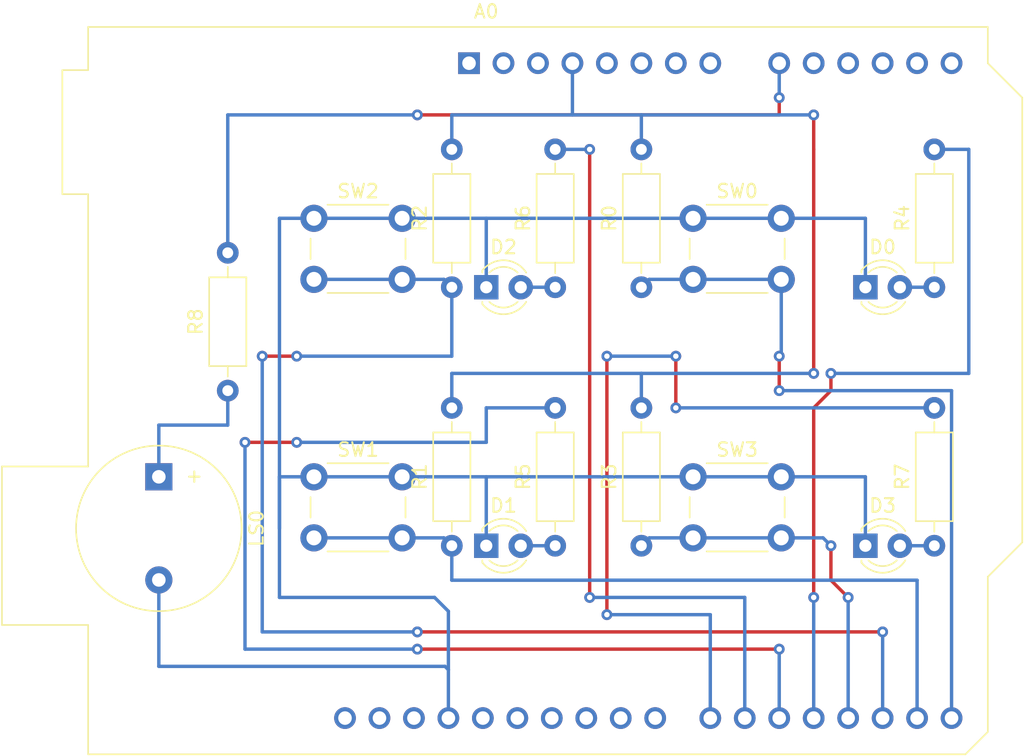
<source format=kicad_pcb>
(kicad_pcb (version 20171130) (host pcbnew 5.1.10)

  (general
    (thickness 1.6)
    (drawings 0)
    (tracks 124)
    (zones 0)
    (modules 19)
    (nets 36)
  )

  (page A4)
  (layers
    (0 F.Cu signal)
    (31 B.Cu signal)
    (32 B.Adhes user)
    (33 F.Adhes user)
    (34 B.Paste user)
    (35 F.Paste user)
    (36 B.SilkS user)
    (37 F.SilkS user)
    (38 B.Mask user)
    (39 F.Mask user)
    (40 Dwgs.User user)
    (41 Cmts.User user)
    (42 Eco1.User user)
    (43 Eco2.User user)
    (44 Edge.Cuts user)
    (45 Margin user)
    (46 B.CrtYd user)
    (47 F.CrtYd user)
    (48 B.Fab user)
    (49 F.Fab user)
  )

  (setup
    (last_trace_width 0.25)
    (trace_clearance 0.2)
    (zone_clearance 0.508)
    (zone_45_only no)
    (trace_min 0.2)
    (via_size 0.8)
    (via_drill 0.4)
    (via_min_size 0.4)
    (via_min_drill 0.3)
    (uvia_size 0.3)
    (uvia_drill 0.1)
    (uvias_allowed no)
    (uvia_min_size 0.2)
    (uvia_min_drill 0.1)
    (edge_width 0.05)
    (segment_width 0.2)
    (pcb_text_width 0.3)
    (pcb_text_size 1.5 1.5)
    (mod_edge_width 0.12)
    (mod_text_size 1 1)
    (mod_text_width 0.15)
    (pad_size 1.524 1.524)
    (pad_drill 0.762)
    (pad_to_mask_clearance 0)
    (aux_axis_origin 0 0)
    (visible_elements FFFFFF7F)
    (pcbplotparams
      (layerselection 0x010fc_ffffffff)
      (usegerberextensions false)
      (usegerberattributes true)
      (usegerberadvancedattributes true)
      (creategerberjobfile true)
      (excludeedgelayer true)
      (linewidth 0.100000)
      (plotframeref false)
      (viasonmask false)
      (mode 1)
      (useauxorigin false)
      (hpglpennumber 1)
      (hpglpenspeed 20)
      (hpglpendiameter 15.000000)
      (psnegative false)
      (psa4output false)
      (plotreference true)
      (plotvalue true)
      (plotinvisibletext false)
      (padsonsilk false)
      (subtractmaskfromsilk false)
      (outputformat 1)
      (mirror false)
      (drillshape 1)
      (scaleselection 1)
      (outputdirectory ""))
  )

  (net 0 "")
  (net 1 ARD_D1)
  (net 2 ARD_D0)
  (net 3 "Net-(A0-Pad30)")
  (net 4 "Net-(A0-Pad14)")
  (net 5 "Net-(A0-Pad13)")
  (net 6 "Net-(A0-Pad28)")
  (net 7 "Net-(A0-Pad12)")
  (net 8 "Net-(A0-Pad27)")
  (net 9 "Net-(A0-Pad11)")
  (net 10 "Net-(A0-Pad26)")
  (net 11 "Net-(A0-Pad10)")
  (net 12 "Net-(A0-Pad25)")
  (net 13 ARD_A0)
  (net 14 "Net-(A0-Pad24)")
  (net 15 "Net-(A0-Pad8)")
  (net 16 "Net-(A0-Pad23)")
  (net 17 GND)
  (net 18 ARD_D7)
  (net 19 ARD_D6)
  (net 20 "Net-(A0-Pad5)")
  (net 21 ARD_D5)
  (net 22 VCC)
  (net 23 ARD_D4)
  (net 24 "Net-(A0-Pad3)")
  (net 25 ARD_D3)
  (net 26 "Net-(A0-Pad2)")
  (net 27 ARD_D2)
  (net 28 "Net-(A0-Pad1)")
  (net 29 "Net-(A0-Pad31)")
  (net 30 "Net-(A0-Pad32)")
  (net 31 "Net-(D0-Pad2)")
  (net 32 "Net-(D1-Pad2)")
  (net 33 "Net-(D2-Pad2)")
  (net 34 "Net-(D3-Pad2)")
  (net 35 "Net-(LS0-Pad1)")

  (net_class Default "This is the default net class."
    (clearance 0.2)
    (trace_width 0.25)
    (via_dia 0.8)
    (via_drill 0.4)
    (uvia_dia 0.3)
    (uvia_drill 0.1)
    (add_net ARD_A0)
    (add_net ARD_D0)
    (add_net ARD_D1)
    (add_net ARD_D2)
    (add_net ARD_D3)
    (add_net ARD_D4)
    (add_net ARD_D5)
    (add_net ARD_D6)
    (add_net ARD_D7)
    (add_net GND)
    (add_net "Net-(A0-Pad1)")
    (add_net "Net-(A0-Pad10)")
    (add_net "Net-(A0-Pad11)")
    (add_net "Net-(A0-Pad12)")
    (add_net "Net-(A0-Pad13)")
    (add_net "Net-(A0-Pad14)")
    (add_net "Net-(A0-Pad2)")
    (add_net "Net-(A0-Pad23)")
    (add_net "Net-(A0-Pad24)")
    (add_net "Net-(A0-Pad25)")
    (add_net "Net-(A0-Pad26)")
    (add_net "Net-(A0-Pad27)")
    (add_net "Net-(A0-Pad28)")
    (add_net "Net-(A0-Pad3)")
    (add_net "Net-(A0-Pad30)")
    (add_net "Net-(A0-Pad31)")
    (add_net "Net-(A0-Pad32)")
    (add_net "Net-(A0-Pad5)")
    (add_net "Net-(A0-Pad8)")
    (add_net "Net-(D0-Pad2)")
    (add_net "Net-(D1-Pad2)")
    (add_net "Net-(D2-Pad2)")
    (add_net "Net-(D3-Pad2)")
    (add_net "Net-(LS0-Pad1)")
    (add_net VCC)
  )

  (module Buzzer_Beeper:Buzzer_12x9.5RM7.6 (layer F.Cu) (tedit 5A030281) (tstamp 6180E10D)
    (at 20.32 48.26 270)
    (descr "Generic Buzzer, D12mm height 9.5mm with RM7.6mm")
    (tags buzzer)
    (path /618756C2)
    (fp_text reference LS0 (at 3.8 -7.2 90) (layer F.SilkS)
      (effects (font (size 1 1) (thickness 0.15)))
    )
    (fp_text value BUZZER (at 3.8 7.4 90) (layer F.Fab)
      (effects (font (size 1 1) (thickness 0.15)))
    )
    (fp_text user %R (at 3.8 -4 90) (layer F.Fab)
      (effects (font (size 1 1) (thickness 0.15)))
    )
    (fp_text user + (at -0.01 -2.54 90) (layer F.SilkS)
      (effects (font (size 1 1) (thickness 0.15)))
    )
    (fp_text user + (at -0.01 -2.54 90) (layer F.Fab)
      (effects (font (size 1 1) (thickness 0.15)))
    )
    (fp_circle (center 3.8 0) (end 10.05 0) (layer F.CrtYd) (width 0.05))
    (fp_circle (center 3.8 0) (end 9.8 0) (layer F.Fab) (width 0.1))
    (fp_circle (center 3.8 0) (end 4.8 0) (layer F.Fab) (width 0.1))
    (fp_circle (center 3.8 0) (end 9.9 0) (layer F.SilkS) (width 0.12))
    (pad 2 thru_hole circle (at 7.6 0 270) (size 2 2) (drill 1) (layers *.Cu *.Mask)
      (net 17 GND))
    (pad 1 thru_hole rect (at 0 0 270) (size 2 2) (drill 1) (layers *.Cu *.Mask)
      (net 35 "Net-(LS0-Pad1)"))
    (model ${KISYS3DMOD}/Buzzer_Beeper.3dshapes/Buzzer_12x9.5RM7.6.wrl
      (at (xyz 0 0 0))
      (scale (xyz 1 1 1))
      (rotate (xyz 0 0 0))
    )
  )

  (module Button_Switch_THT:SW_PUSH_6mm_H4.3mm (layer F.Cu) (tedit 5A02FE31) (tstamp 618121B8)
    (at 59.69 48.26)
    (descr "tactile push button, 6x6mm e.g. PHAP33xx series, height=4.3mm")
    (tags "tact sw push 6mm")
    (path /61801689)
    (fp_text reference SW3 (at 3.25 -2) (layer F.SilkS)
      (effects (font (size 1 1) (thickness 0.15)))
    )
    (fp_text value SW_BLUE (at 3.75 6.7) (layer F.Fab)
      (effects (font (size 1 1) (thickness 0.15)))
    )
    (fp_circle (center 3.25 2.25) (end 1.25 2.5) (layer F.Fab) (width 0.1))
    (fp_line (start 6.75 3) (end 6.75 1.5) (layer F.SilkS) (width 0.12))
    (fp_line (start 5.5 -1) (end 1 -1) (layer F.SilkS) (width 0.12))
    (fp_line (start -0.25 1.5) (end -0.25 3) (layer F.SilkS) (width 0.12))
    (fp_line (start 1 5.5) (end 5.5 5.5) (layer F.SilkS) (width 0.12))
    (fp_line (start 8 -1.25) (end 8 5.75) (layer F.CrtYd) (width 0.05))
    (fp_line (start 7.75 6) (end -1.25 6) (layer F.CrtYd) (width 0.05))
    (fp_line (start -1.5 5.75) (end -1.5 -1.25) (layer F.CrtYd) (width 0.05))
    (fp_line (start -1.25 -1.5) (end 7.75 -1.5) (layer F.CrtYd) (width 0.05))
    (fp_line (start -1.5 6) (end -1.25 6) (layer F.CrtYd) (width 0.05))
    (fp_line (start -1.5 5.75) (end -1.5 6) (layer F.CrtYd) (width 0.05))
    (fp_line (start -1.5 -1.5) (end -1.25 -1.5) (layer F.CrtYd) (width 0.05))
    (fp_line (start -1.5 -1.25) (end -1.5 -1.5) (layer F.CrtYd) (width 0.05))
    (fp_line (start 8 -1.5) (end 8 -1.25) (layer F.CrtYd) (width 0.05))
    (fp_line (start 7.75 -1.5) (end 8 -1.5) (layer F.CrtYd) (width 0.05))
    (fp_line (start 8 6) (end 8 5.75) (layer F.CrtYd) (width 0.05))
    (fp_line (start 7.75 6) (end 8 6) (layer F.CrtYd) (width 0.05))
    (fp_line (start 0.25 -0.75) (end 3.25 -0.75) (layer F.Fab) (width 0.1))
    (fp_line (start 0.25 5.25) (end 0.25 -0.75) (layer F.Fab) (width 0.1))
    (fp_line (start 6.25 5.25) (end 0.25 5.25) (layer F.Fab) (width 0.1))
    (fp_line (start 6.25 -0.75) (end 6.25 5.25) (layer F.Fab) (width 0.1))
    (fp_line (start 3.25 -0.75) (end 6.25 -0.75) (layer F.Fab) (width 0.1))
    (fp_text user %R (at 3.25 2.25) (layer F.Fab)
      (effects (font (size 1 1) (thickness 0.15)))
    )
    (pad 1 thru_hole circle (at 6.5 0 90) (size 2 2) (drill 1.1) (layers *.Cu *.Mask)
      (net 17 GND))
    (pad 2 thru_hole circle (at 6.5 4.5 90) (size 2 2) (drill 1.1) (layers *.Cu *.Mask)
      (net 25 ARD_D3))
    (pad 1 thru_hole circle (at 0 0 90) (size 2 2) (drill 1.1) (layers *.Cu *.Mask)
      (net 17 GND))
    (pad 2 thru_hole circle (at 0 4.5 90) (size 2 2) (drill 1.1) (layers *.Cu *.Mask)
      (net 25 ARD_D3))
    (model ${KISYS3DMOD}/Button_Switch_THT.3dshapes/SW_PUSH_6mm_H4.3mm.wrl
      (at (xyz 0 0 0))
      (scale (xyz 1 1 1))
      (rotate (xyz 0 0 0))
    )
  )

  (module Button_Switch_THT:SW_PUSH_6mm_H4.3mm (layer F.Cu) (tedit 5A02FE31) (tstamp 61812199)
    (at 31.75 29.21)
    (descr "tactile push button, 6x6mm e.g. PHAP33xx series, height=4.3mm")
    (tags "tact sw push 6mm")
    (path /61801321)
    (fp_text reference SW2 (at 3.25 -2) (layer F.SilkS)
      (effects (font (size 1 1) (thickness 0.15)))
    )
    (fp_text value SW_GREEN (at 3.75 6.7) (layer F.Fab)
      (effects (font (size 1 1) (thickness 0.15)))
    )
    (fp_circle (center 3.25 2.25) (end 1.25 2.5) (layer F.Fab) (width 0.1))
    (fp_line (start 6.75 3) (end 6.75 1.5) (layer F.SilkS) (width 0.12))
    (fp_line (start 5.5 -1) (end 1 -1) (layer F.SilkS) (width 0.12))
    (fp_line (start -0.25 1.5) (end -0.25 3) (layer F.SilkS) (width 0.12))
    (fp_line (start 1 5.5) (end 5.5 5.5) (layer F.SilkS) (width 0.12))
    (fp_line (start 8 -1.25) (end 8 5.75) (layer F.CrtYd) (width 0.05))
    (fp_line (start 7.75 6) (end -1.25 6) (layer F.CrtYd) (width 0.05))
    (fp_line (start -1.5 5.75) (end -1.5 -1.25) (layer F.CrtYd) (width 0.05))
    (fp_line (start -1.25 -1.5) (end 7.75 -1.5) (layer F.CrtYd) (width 0.05))
    (fp_line (start -1.5 6) (end -1.25 6) (layer F.CrtYd) (width 0.05))
    (fp_line (start -1.5 5.75) (end -1.5 6) (layer F.CrtYd) (width 0.05))
    (fp_line (start -1.5 -1.5) (end -1.25 -1.5) (layer F.CrtYd) (width 0.05))
    (fp_line (start -1.5 -1.25) (end -1.5 -1.5) (layer F.CrtYd) (width 0.05))
    (fp_line (start 8 -1.5) (end 8 -1.25) (layer F.CrtYd) (width 0.05))
    (fp_line (start 7.75 -1.5) (end 8 -1.5) (layer F.CrtYd) (width 0.05))
    (fp_line (start 8 6) (end 8 5.75) (layer F.CrtYd) (width 0.05))
    (fp_line (start 7.75 6) (end 8 6) (layer F.CrtYd) (width 0.05))
    (fp_line (start 0.25 -0.75) (end 3.25 -0.75) (layer F.Fab) (width 0.1))
    (fp_line (start 0.25 5.25) (end 0.25 -0.75) (layer F.Fab) (width 0.1))
    (fp_line (start 6.25 5.25) (end 0.25 5.25) (layer F.Fab) (width 0.1))
    (fp_line (start 6.25 -0.75) (end 6.25 5.25) (layer F.Fab) (width 0.1))
    (fp_line (start 3.25 -0.75) (end 6.25 -0.75) (layer F.Fab) (width 0.1))
    (fp_text user %R (at 3.25 2.25) (layer F.Fab)
      (effects (font (size 1 1) (thickness 0.15)))
    )
    (pad 1 thru_hole circle (at 6.5 0 90) (size 2 2) (drill 1.1) (layers *.Cu *.Mask)
      (net 17 GND))
    (pad 2 thru_hole circle (at 6.5 4.5 90) (size 2 2) (drill 1.1) (layers *.Cu *.Mask)
      (net 27 ARD_D2))
    (pad 1 thru_hole circle (at 0 0 90) (size 2 2) (drill 1.1) (layers *.Cu *.Mask)
      (net 17 GND))
    (pad 2 thru_hole circle (at 0 4.5 90) (size 2 2) (drill 1.1) (layers *.Cu *.Mask)
      (net 27 ARD_D2))
    (model ${KISYS3DMOD}/Button_Switch_THT.3dshapes/SW_PUSH_6mm_H4.3mm.wrl
      (at (xyz 0 0 0))
      (scale (xyz 1 1 1))
      (rotate (xyz 0 0 0))
    )
  )

  (module Button_Switch_THT:SW_PUSH_6mm_H4.3mm (layer F.Cu) (tedit 5A02FE31) (tstamp 6181217A)
    (at 31.75 48.26)
    (descr "tactile push button, 6x6mm e.g. PHAP33xx series, height=4.3mm")
    (tags "tact sw push 6mm")
    (path /618004CA)
    (fp_text reference SW1 (at 3.25 -2) (layer F.SilkS)
      (effects (font (size 1 1) (thickness 0.15)))
    )
    (fp_text value SW_YELLOW (at 3.75 6.7) (layer F.Fab)
      (effects (font (size 1 1) (thickness 0.15)))
    )
    (fp_circle (center 3.25 2.25) (end 1.25 2.5) (layer F.Fab) (width 0.1))
    (fp_line (start 6.75 3) (end 6.75 1.5) (layer F.SilkS) (width 0.12))
    (fp_line (start 5.5 -1) (end 1 -1) (layer F.SilkS) (width 0.12))
    (fp_line (start -0.25 1.5) (end -0.25 3) (layer F.SilkS) (width 0.12))
    (fp_line (start 1 5.5) (end 5.5 5.5) (layer F.SilkS) (width 0.12))
    (fp_line (start 8 -1.25) (end 8 5.75) (layer F.CrtYd) (width 0.05))
    (fp_line (start 7.75 6) (end -1.25 6) (layer F.CrtYd) (width 0.05))
    (fp_line (start -1.5 5.75) (end -1.5 -1.25) (layer F.CrtYd) (width 0.05))
    (fp_line (start -1.25 -1.5) (end 7.75 -1.5) (layer F.CrtYd) (width 0.05))
    (fp_line (start -1.5 6) (end -1.25 6) (layer F.CrtYd) (width 0.05))
    (fp_line (start -1.5 5.75) (end -1.5 6) (layer F.CrtYd) (width 0.05))
    (fp_line (start -1.5 -1.5) (end -1.25 -1.5) (layer F.CrtYd) (width 0.05))
    (fp_line (start -1.5 -1.25) (end -1.5 -1.5) (layer F.CrtYd) (width 0.05))
    (fp_line (start 8 -1.5) (end 8 -1.25) (layer F.CrtYd) (width 0.05))
    (fp_line (start 7.75 -1.5) (end 8 -1.5) (layer F.CrtYd) (width 0.05))
    (fp_line (start 8 6) (end 8 5.75) (layer F.CrtYd) (width 0.05))
    (fp_line (start 7.75 6) (end 8 6) (layer F.CrtYd) (width 0.05))
    (fp_line (start 0.25 -0.75) (end 3.25 -0.75) (layer F.Fab) (width 0.1))
    (fp_line (start 0.25 5.25) (end 0.25 -0.75) (layer F.Fab) (width 0.1))
    (fp_line (start 6.25 5.25) (end 0.25 5.25) (layer F.Fab) (width 0.1))
    (fp_line (start 6.25 -0.75) (end 6.25 5.25) (layer F.Fab) (width 0.1))
    (fp_line (start 3.25 -0.75) (end 6.25 -0.75) (layer F.Fab) (width 0.1))
    (fp_text user %R (at 3.25 2.25) (layer F.Fab)
      (effects (font (size 1 1) (thickness 0.15)))
    )
    (pad 1 thru_hole circle (at 6.5 0 90) (size 2 2) (drill 1.1) (layers *.Cu *.Mask)
      (net 17 GND))
    (pad 2 thru_hole circle (at 6.5 4.5 90) (size 2 2) (drill 1.1) (layers *.Cu *.Mask)
      (net 1 ARD_D1))
    (pad 1 thru_hole circle (at 0 0 90) (size 2 2) (drill 1.1) (layers *.Cu *.Mask)
      (net 17 GND))
    (pad 2 thru_hole circle (at 0 4.5 90) (size 2 2) (drill 1.1) (layers *.Cu *.Mask)
      (net 1 ARD_D1))
    (model ${KISYS3DMOD}/Button_Switch_THT.3dshapes/SW_PUSH_6mm_H4.3mm.wrl
      (at (xyz 0 0 0))
      (scale (xyz 1 1 1))
      (rotate (xyz 0 0 0))
    )
  )

  (module Button_Switch_THT:SW_PUSH_6mm_H4.3mm (layer F.Cu) (tedit 5A02FE31) (tstamp 6181215B)
    (at 59.69 29.21)
    (descr "tactile push button, 6x6mm e.g. PHAP33xx series, height=4.3mm")
    (tags "tact sw push 6mm")
    (path /617FE5CA)
    (fp_text reference SW0 (at 3.25 -2) (layer F.SilkS)
      (effects (font (size 1 1) (thickness 0.15)))
    )
    (fp_text value SW_RED (at 3.75 6.7) (layer F.Fab)
      (effects (font (size 1 1) (thickness 0.15)))
    )
    (fp_circle (center 3.25 2.25) (end 1.25 2.5) (layer F.Fab) (width 0.1))
    (fp_line (start 6.75 3) (end 6.75 1.5) (layer F.SilkS) (width 0.12))
    (fp_line (start 5.5 -1) (end 1 -1) (layer F.SilkS) (width 0.12))
    (fp_line (start -0.25 1.5) (end -0.25 3) (layer F.SilkS) (width 0.12))
    (fp_line (start 1 5.5) (end 5.5 5.5) (layer F.SilkS) (width 0.12))
    (fp_line (start 8 -1.25) (end 8 5.75) (layer F.CrtYd) (width 0.05))
    (fp_line (start 7.75 6) (end -1.25 6) (layer F.CrtYd) (width 0.05))
    (fp_line (start -1.5 5.75) (end -1.5 -1.25) (layer F.CrtYd) (width 0.05))
    (fp_line (start -1.25 -1.5) (end 7.75 -1.5) (layer F.CrtYd) (width 0.05))
    (fp_line (start -1.5 6) (end -1.25 6) (layer F.CrtYd) (width 0.05))
    (fp_line (start -1.5 5.75) (end -1.5 6) (layer F.CrtYd) (width 0.05))
    (fp_line (start -1.5 -1.5) (end -1.25 -1.5) (layer F.CrtYd) (width 0.05))
    (fp_line (start -1.5 -1.25) (end -1.5 -1.5) (layer F.CrtYd) (width 0.05))
    (fp_line (start 8 -1.5) (end 8 -1.25) (layer F.CrtYd) (width 0.05))
    (fp_line (start 7.75 -1.5) (end 8 -1.5) (layer F.CrtYd) (width 0.05))
    (fp_line (start 8 6) (end 8 5.75) (layer F.CrtYd) (width 0.05))
    (fp_line (start 7.75 6) (end 8 6) (layer F.CrtYd) (width 0.05))
    (fp_line (start 0.25 -0.75) (end 3.25 -0.75) (layer F.Fab) (width 0.1))
    (fp_line (start 0.25 5.25) (end 0.25 -0.75) (layer F.Fab) (width 0.1))
    (fp_line (start 6.25 5.25) (end 0.25 5.25) (layer F.Fab) (width 0.1))
    (fp_line (start 6.25 -0.75) (end 6.25 5.25) (layer F.Fab) (width 0.1))
    (fp_line (start 3.25 -0.75) (end 6.25 -0.75) (layer F.Fab) (width 0.1))
    (fp_text user %R (at 3.25 2.25) (layer F.Fab)
      (effects (font (size 1 1) (thickness 0.15)))
    )
    (pad 1 thru_hole circle (at 6.5 0 90) (size 2 2) (drill 1.1) (layers *.Cu *.Mask)
      (net 17 GND))
    (pad 2 thru_hole circle (at 6.5 4.5 90) (size 2 2) (drill 1.1) (layers *.Cu *.Mask)
      (net 2 ARD_D0))
    (pad 1 thru_hole circle (at 0 0 90) (size 2 2) (drill 1.1) (layers *.Cu *.Mask)
      (net 17 GND))
    (pad 2 thru_hole circle (at 0 4.5 90) (size 2 2) (drill 1.1) (layers *.Cu *.Mask)
      (net 2 ARD_D0))
    (model ${KISYS3DMOD}/Button_Switch_THT.3dshapes/SW_PUSH_6mm_H4.3mm.wrl
      (at (xyz 0 0 0))
      (scale (xyz 1 1 1))
      (rotate (xyz 0 0 0))
    )
  )

  (module Resistor_THT:R_Axial_DIN0207_L6.3mm_D2.5mm_P10.16mm_Horizontal (layer F.Cu) (tedit 5AE5139B) (tstamp 6181213C)
    (at 25.4 41.91 90)
    (descr "Resistor, Axial_DIN0207 series, Axial, Horizontal, pin pitch=10.16mm, 0.25W = 1/4W, length*diameter=6.3*2.5mm^2, http://cdn-reichelt.de/documents/datenblatt/B400/1_4W%23YAG.pdf")
    (tags "Resistor Axial_DIN0207 series Axial Horizontal pin pitch 10.16mm 0.25W = 1/4W length 6.3mm diameter 2.5mm")
    (path /61876E39)
    (fp_text reference R8 (at 5.08 -2.37 90) (layer F.SilkS)
      (effects (font (size 1 1) (thickness 0.15)))
    )
    (fp_text value ??? (at 5.08 2.37 90) (layer F.Fab)
      (effects (font (size 1 1) (thickness 0.15)))
    )
    (fp_line (start 11.21 -1.5) (end -1.05 -1.5) (layer F.CrtYd) (width 0.05))
    (fp_line (start 11.21 1.5) (end 11.21 -1.5) (layer F.CrtYd) (width 0.05))
    (fp_line (start -1.05 1.5) (end 11.21 1.5) (layer F.CrtYd) (width 0.05))
    (fp_line (start -1.05 -1.5) (end -1.05 1.5) (layer F.CrtYd) (width 0.05))
    (fp_line (start 9.12 0) (end 8.35 0) (layer F.SilkS) (width 0.12))
    (fp_line (start 1.04 0) (end 1.81 0) (layer F.SilkS) (width 0.12))
    (fp_line (start 8.35 -1.37) (end 1.81 -1.37) (layer F.SilkS) (width 0.12))
    (fp_line (start 8.35 1.37) (end 8.35 -1.37) (layer F.SilkS) (width 0.12))
    (fp_line (start 1.81 1.37) (end 8.35 1.37) (layer F.SilkS) (width 0.12))
    (fp_line (start 1.81 -1.37) (end 1.81 1.37) (layer F.SilkS) (width 0.12))
    (fp_line (start 10.16 0) (end 8.23 0) (layer F.Fab) (width 0.1))
    (fp_line (start 0 0) (end 1.93 0) (layer F.Fab) (width 0.1))
    (fp_line (start 8.23 -1.25) (end 1.93 -1.25) (layer F.Fab) (width 0.1))
    (fp_line (start 8.23 1.25) (end 8.23 -1.25) (layer F.Fab) (width 0.1))
    (fp_line (start 1.93 1.25) (end 8.23 1.25) (layer F.Fab) (width 0.1))
    (fp_line (start 1.93 -1.25) (end 1.93 1.25) (layer F.Fab) (width 0.1))
    (fp_text user %R (at 5.08 0 90) (layer F.Fab)
      (effects (font (size 1 1) (thickness 0.15)))
    )
    (pad 2 thru_hole oval (at 10.16 0 90) (size 1.6 1.6) (drill 0.8) (layers *.Cu *.Mask)
      (net 13 ARD_A0))
    (pad 1 thru_hole circle (at 0 0 90) (size 1.6 1.6) (drill 0.8) (layers *.Cu *.Mask)
      (net 35 "Net-(LS0-Pad1)"))
    (model ${KISYS3DMOD}/Resistor_THT.3dshapes/R_Axial_DIN0207_L6.3mm_D2.5mm_P10.16mm_Horizontal.wrl
      (at (xyz 0 0 0))
      (scale (xyz 1 1 1))
      (rotate (xyz 0 0 0))
    )
  )

  (module Resistor_THT:R_Axial_DIN0207_L6.3mm_D2.5mm_P10.16mm_Horizontal (layer F.Cu) (tedit 5AE5139B) (tstamp 61812125)
    (at 77.47 53.34 90)
    (descr "Resistor, Axial_DIN0207 series, Axial, Horizontal, pin pitch=10.16mm, 0.25W = 1/4W, length*diameter=6.3*2.5mm^2, http://cdn-reichelt.de/documents/datenblatt/B400/1_4W%23YAG.pdf")
    (tags "Resistor Axial_DIN0207 series Axial Horizontal pin pitch 10.16mm 0.25W = 1/4W length 6.3mm diameter 2.5mm")
    (path /6182F140)
    (fp_text reference R7 (at 5.08 -2.37 90) (layer F.SilkS)
      (effects (font (size 1 1) (thickness 0.15)))
    )
    (fp_text value 19 (at 5.08 2.37 90) (layer F.Fab)
      (effects (font (size 1 1) (thickness 0.15)))
    )
    (fp_line (start 11.21 -1.5) (end -1.05 -1.5) (layer F.CrtYd) (width 0.05))
    (fp_line (start 11.21 1.5) (end 11.21 -1.5) (layer F.CrtYd) (width 0.05))
    (fp_line (start -1.05 1.5) (end 11.21 1.5) (layer F.CrtYd) (width 0.05))
    (fp_line (start -1.05 -1.5) (end -1.05 1.5) (layer F.CrtYd) (width 0.05))
    (fp_line (start 9.12 0) (end 8.35 0) (layer F.SilkS) (width 0.12))
    (fp_line (start 1.04 0) (end 1.81 0) (layer F.SilkS) (width 0.12))
    (fp_line (start 8.35 -1.37) (end 1.81 -1.37) (layer F.SilkS) (width 0.12))
    (fp_line (start 8.35 1.37) (end 8.35 -1.37) (layer F.SilkS) (width 0.12))
    (fp_line (start 1.81 1.37) (end 8.35 1.37) (layer F.SilkS) (width 0.12))
    (fp_line (start 1.81 -1.37) (end 1.81 1.37) (layer F.SilkS) (width 0.12))
    (fp_line (start 10.16 0) (end 8.23 0) (layer F.Fab) (width 0.1))
    (fp_line (start 0 0) (end 1.93 0) (layer F.Fab) (width 0.1))
    (fp_line (start 8.23 -1.25) (end 1.93 -1.25) (layer F.Fab) (width 0.1))
    (fp_line (start 8.23 1.25) (end 8.23 -1.25) (layer F.Fab) (width 0.1))
    (fp_line (start 1.93 1.25) (end 8.23 1.25) (layer F.Fab) (width 0.1))
    (fp_line (start 1.93 -1.25) (end 1.93 1.25) (layer F.Fab) (width 0.1))
    (fp_text user %R (at 5.08 0 90) (layer F.Fab)
      (effects (font (size 1 1) (thickness 0.15)))
    )
    (pad 2 thru_hole oval (at 10.16 0 90) (size 1.6 1.6) (drill 0.8) (layers *.Cu *.Mask)
      (net 18 ARD_D7))
    (pad 1 thru_hole circle (at 0 0 90) (size 1.6 1.6) (drill 0.8) (layers *.Cu *.Mask)
      (net 34 "Net-(D3-Pad2)"))
    (model ${KISYS3DMOD}/Resistor_THT.3dshapes/R_Axial_DIN0207_L6.3mm_D2.5mm_P10.16mm_Horizontal.wrl
      (at (xyz 0 0 0))
      (scale (xyz 1 1 1))
      (rotate (xyz 0 0 0))
    )
  )

  (module Resistor_THT:R_Axial_DIN0207_L6.3mm_D2.5mm_P10.16mm_Horizontal (layer F.Cu) (tedit 5AE5139B) (tstamp 6181210E)
    (at 49.53 34.29 90)
    (descr "Resistor, Axial_DIN0207 series, Axial, Horizontal, pin pitch=10.16mm, 0.25W = 1/4W, length*diameter=6.3*2.5mm^2, http://cdn-reichelt.de/documents/datenblatt/B400/1_4W%23YAG.pdf")
    (tags "Resistor Axial_DIN0207 series Axial Horizontal pin pitch 10.16mm 0.25W = 1/4W length 6.3mm diameter 2.5mm")
    (path /6182EB3A)
    (fp_text reference R6 (at 5.08 -2.37 90) (layer F.SilkS)
      (effects (font (size 1 1) (thickness 0.15)))
    )
    (fp_text value 51 (at 5.08 2.37 90) (layer F.Fab)
      (effects (font (size 1 1) (thickness 0.15)))
    )
    (fp_line (start 11.21 -1.5) (end -1.05 -1.5) (layer F.CrtYd) (width 0.05))
    (fp_line (start 11.21 1.5) (end 11.21 -1.5) (layer F.CrtYd) (width 0.05))
    (fp_line (start -1.05 1.5) (end 11.21 1.5) (layer F.CrtYd) (width 0.05))
    (fp_line (start -1.05 -1.5) (end -1.05 1.5) (layer F.CrtYd) (width 0.05))
    (fp_line (start 9.12 0) (end 8.35 0) (layer F.SilkS) (width 0.12))
    (fp_line (start 1.04 0) (end 1.81 0) (layer F.SilkS) (width 0.12))
    (fp_line (start 8.35 -1.37) (end 1.81 -1.37) (layer F.SilkS) (width 0.12))
    (fp_line (start 8.35 1.37) (end 8.35 -1.37) (layer F.SilkS) (width 0.12))
    (fp_line (start 1.81 1.37) (end 8.35 1.37) (layer F.SilkS) (width 0.12))
    (fp_line (start 1.81 -1.37) (end 1.81 1.37) (layer F.SilkS) (width 0.12))
    (fp_line (start 10.16 0) (end 8.23 0) (layer F.Fab) (width 0.1))
    (fp_line (start 0 0) (end 1.93 0) (layer F.Fab) (width 0.1))
    (fp_line (start 8.23 -1.25) (end 1.93 -1.25) (layer F.Fab) (width 0.1))
    (fp_line (start 8.23 1.25) (end 8.23 -1.25) (layer F.Fab) (width 0.1))
    (fp_line (start 1.93 1.25) (end 8.23 1.25) (layer F.Fab) (width 0.1))
    (fp_line (start 1.93 -1.25) (end 1.93 1.25) (layer F.Fab) (width 0.1))
    (fp_text user %R (at 5.08 0 90) (layer F.Fab)
      (effects (font (size 1 1) (thickness 0.15)))
    )
    (pad 2 thru_hole oval (at 10.16 0 90) (size 1.6 1.6) (drill 0.8) (layers *.Cu *.Mask)
      (net 19 ARD_D6))
    (pad 1 thru_hole circle (at 0 0 90) (size 1.6 1.6) (drill 0.8) (layers *.Cu *.Mask)
      (net 33 "Net-(D2-Pad2)"))
    (model ${KISYS3DMOD}/Resistor_THT.3dshapes/R_Axial_DIN0207_L6.3mm_D2.5mm_P10.16mm_Horizontal.wrl
      (at (xyz 0 0 0))
      (scale (xyz 1 1 1))
      (rotate (xyz 0 0 0))
    )
  )

  (module Resistor_THT:R_Axial_DIN0207_L6.3mm_D2.5mm_P10.16mm_Horizontal (layer F.Cu) (tedit 5AE5139B) (tstamp 618120F7)
    (at 49.53 53.34 90)
    (descr "Resistor, Axial_DIN0207 series, Axial, Horizontal, pin pitch=10.16mm, 0.25W = 1/4W, length*diameter=6.3*2.5mm^2, http://cdn-reichelt.de/documents/datenblatt/B400/1_4W%23YAG.pdf")
    (tags "Resistor Axial_DIN0207 series Axial Horizontal pin pitch 10.16mm 0.25W = 1/4W length 6.3mm diameter 2.5mm")
    (path /6182E2EB)
    (fp_text reference R5 (at 5.08 -2.37 90) (layer F.SilkS)
      (effects (font (size 1 1) (thickness 0.15)))
    )
    (fp_text value 58 (at 5.08 2.37 90) (layer F.Fab)
      (effects (font (size 1 1) (thickness 0.15)))
    )
    (fp_line (start 11.21 -1.5) (end -1.05 -1.5) (layer F.CrtYd) (width 0.05))
    (fp_line (start 11.21 1.5) (end 11.21 -1.5) (layer F.CrtYd) (width 0.05))
    (fp_line (start -1.05 1.5) (end 11.21 1.5) (layer F.CrtYd) (width 0.05))
    (fp_line (start -1.05 -1.5) (end -1.05 1.5) (layer F.CrtYd) (width 0.05))
    (fp_line (start 9.12 0) (end 8.35 0) (layer F.SilkS) (width 0.12))
    (fp_line (start 1.04 0) (end 1.81 0) (layer F.SilkS) (width 0.12))
    (fp_line (start 8.35 -1.37) (end 1.81 -1.37) (layer F.SilkS) (width 0.12))
    (fp_line (start 8.35 1.37) (end 8.35 -1.37) (layer F.SilkS) (width 0.12))
    (fp_line (start 1.81 1.37) (end 8.35 1.37) (layer F.SilkS) (width 0.12))
    (fp_line (start 1.81 -1.37) (end 1.81 1.37) (layer F.SilkS) (width 0.12))
    (fp_line (start 10.16 0) (end 8.23 0) (layer F.Fab) (width 0.1))
    (fp_line (start 0 0) (end 1.93 0) (layer F.Fab) (width 0.1))
    (fp_line (start 8.23 -1.25) (end 1.93 -1.25) (layer F.Fab) (width 0.1))
    (fp_line (start 8.23 1.25) (end 8.23 -1.25) (layer F.Fab) (width 0.1))
    (fp_line (start 1.93 1.25) (end 8.23 1.25) (layer F.Fab) (width 0.1))
    (fp_line (start 1.93 -1.25) (end 1.93 1.25) (layer F.Fab) (width 0.1))
    (fp_text user %R (at 5.08 0 90) (layer F.Fab)
      (effects (font (size 1 1) (thickness 0.15)))
    )
    (pad 2 thru_hole oval (at 10.16 0 90) (size 1.6 1.6) (drill 0.8) (layers *.Cu *.Mask)
      (net 21 ARD_D5))
    (pad 1 thru_hole circle (at 0 0 90) (size 1.6 1.6) (drill 0.8) (layers *.Cu *.Mask)
      (net 32 "Net-(D1-Pad2)"))
    (model ${KISYS3DMOD}/Resistor_THT.3dshapes/R_Axial_DIN0207_L6.3mm_D2.5mm_P10.16mm_Horizontal.wrl
      (at (xyz 0 0 0))
      (scale (xyz 1 1 1))
      (rotate (xyz 0 0 0))
    )
  )

  (module Resistor_THT:R_Axial_DIN0207_L6.3mm_D2.5mm_P10.16mm_Horizontal (layer F.Cu) (tedit 5AE5139B) (tstamp 618120E0)
    (at 77.47 34.29 90)
    (descr "Resistor, Axial_DIN0207 series, Axial, Horizontal, pin pitch=10.16mm, 0.25W = 1/4W, length*diameter=6.3*2.5mm^2, http://cdn-reichelt.de/documents/datenblatt/B400/1_4W%23YAG.pdf")
    (tags "Resistor Axial_DIN0207 series Axial Horizontal pin pitch 10.16mm 0.25W = 1/4W length 6.3mm diameter 2.5mm")
    (path /6182D2A7)
    (fp_text reference R4 (at 5.08 -2.37 90) (layer F.SilkS)
      (effects (font (size 1 1) (thickness 0.15)))
    )
    (fp_text value 56 (at 5.08 2.37 90) (layer F.Fab)
      (effects (font (size 1 1) (thickness 0.15)))
    )
    (fp_line (start 11.21 -1.5) (end -1.05 -1.5) (layer F.CrtYd) (width 0.05))
    (fp_line (start 11.21 1.5) (end 11.21 -1.5) (layer F.CrtYd) (width 0.05))
    (fp_line (start -1.05 1.5) (end 11.21 1.5) (layer F.CrtYd) (width 0.05))
    (fp_line (start -1.05 -1.5) (end -1.05 1.5) (layer F.CrtYd) (width 0.05))
    (fp_line (start 9.12 0) (end 8.35 0) (layer F.SilkS) (width 0.12))
    (fp_line (start 1.04 0) (end 1.81 0) (layer F.SilkS) (width 0.12))
    (fp_line (start 8.35 -1.37) (end 1.81 -1.37) (layer F.SilkS) (width 0.12))
    (fp_line (start 8.35 1.37) (end 8.35 -1.37) (layer F.SilkS) (width 0.12))
    (fp_line (start 1.81 1.37) (end 8.35 1.37) (layer F.SilkS) (width 0.12))
    (fp_line (start 1.81 -1.37) (end 1.81 1.37) (layer F.SilkS) (width 0.12))
    (fp_line (start 10.16 0) (end 8.23 0) (layer F.Fab) (width 0.1))
    (fp_line (start 0 0) (end 1.93 0) (layer F.Fab) (width 0.1))
    (fp_line (start 8.23 -1.25) (end 1.93 -1.25) (layer F.Fab) (width 0.1))
    (fp_line (start 8.23 1.25) (end 8.23 -1.25) (layer F.Fab) (width 0.1))
    (fp_line (start 1.93 1.25) (end 8.23 1.25) (layer F.Fab) (width 0.1))
    (fp_line (start 1.93 -1.25) (end 1.93 1.25) (layer F.Fab) (width 0.1))
    (fp_text user %R (at 5.08 0 90) (layer F.Fab)
      (effects (font (size 1 1) (thickness 0.15)))
    )
    (pad 2 thru_hole oval (at 10.16 0 90) (size 1.6 1.6) (drill 0.8) (layers *.Cu *.Mask)
      (net 23 ARD_D4))
    (pad 1 thru_hole circle (at 0 0 90) (size 1.6 1.6) (drill 0.8) (layers *.Cu *.Mask)
      (net 31 "Net-(D0-Pad2)"))
    (model ${KISYS3DMOD}/Resistor_THT.3dshapes/R_Axial_DIN0207_L6.3mm_D2.5mm_P10.16mm_Horizontal.wrl
      (at (xyz 0 0 0))
      (scale (xyz 1 1 1))
      (rotate (xyz 0 0 0))
    )
  )

  (module Resistor_THT:R_Axial_DIN0207_L6.3mm_D2.5mm_P10.16mm_Horizontal (layer F.Cu) (tedit 5AE5139B) (tstamp 618120C9)
    (at 55.88 53.34 90)
    (descr "Resistor, Axial_DIN0207 series, Axial, Horizontal, pin pitch=10.16mm, 0.25W = 1/4W, length*diameter=6.3*2.5mm^2, http://cdn-reichelt.de/documents/datenblatt/B400/1_4W%23YAG.pdf")
    (tags "Resistor Axial_DIN0207 series Axial Horizontal pin pitch 10.16mm 0.25W = 1/4W length 6.3mm diameter 2.5mm")
    (path /61803E80)
    (fp_text reference R3 (at 5.08 -2.37 90) (layer F.SilkS)
      (effects (font (size 1 1) (thickness 0.15)))
    )
    (fp_text value 1k (at 5.08 2.37 90) (layer F.Fab)
      (effects (font (size 1 1) (thickness 0.15)))
    )
    (fp_line (start 11.21 -1.5) (end -1.05 -1.5) (layer F.CrtYd) (width 0.05))
    (fp_line (start 11.21 1.5) (end 11.21 -1.5) (layer F.CrtYd) (width 0.05))
    (fp_line (start -1.05 1.5) (end 11.21 1.5) (layer F.CrtYd) (width 0.05))
    (fp_line (start -1.05 -1.5) (end -1.05 1.5) (layer F.CrtYd) (width 0.05))
    (fp_line (start 9.12 0) (end 8.35 0) (layer F.SilkS) (width 0.12))
    (fp_line (start 1.04 0) (end 1.81 0) (layer F.SilkS) (width 0.12))
    (fp_line (start 8.35 -1.37) (end 1.81 -1.37) (layer F.SilkS) (width 0.12))
    (fp_line (start 8.35 1.37) (end 8.35 -1.37) (layer F.SilkS) (width 0.12))
    (fp_line (start 1.81 1.37) (end 8.35 1.37) (layer F.SilkS) (width 0.12))
    (fp_line (start 1.81 -1.37) (end 1.81 1.37) (layer F.SilkS) (width 0.12))
    (fp_line (start 10.16 0) (end 8.23 0) (layer F.Fab) (width 0.1))
    (fp_line (start 0 0) (end 1.93 0) (layer F.Fab) (width 0.1))
    (fp_line (start 8.23 -1.25) (end 1.93 -1.25) (layer F.Fab) (width 0.1))
    (fp_line (start 8.23 1.25) (end 8.23 -1.25) (layer F.Fab) (width 0.1))
    (fp_line (start 1.93 1.25) (end 8.23 1.25) (layer F.Fab) (width 0.1))
    (fp_line (start 1.93 -1.25) (end 1.93 1.25) (layer F.Fab) (width 0.1))
    (fp_text user %R (at 5.08 0 90) (layer F.Fab)
      (effects (font (size 1 1) (thickness 0.15)))
    )
    (pad 2 thru_hole oval (at 10.16 0 90) (size 1.6 1.6) (drill 0.8) (layers *.Cu *.Mask)
      (net 22 VCC))
    (pad 1 thru_hole circle (at 0 0 90) (size 1.6 1.6) (drill 0.8) (layers *.Cu *.Mask)
      (net 25 ARD_D3))
    (model ${KISYS3DMOD}/Resistor_THT.3dshapes/R_Axial_DIN0207_L6.3mm_D2.5mm_P10.16mm_Horizontal.wrl
      (at (xyz 0 0 0))
      (scale (xyz 1 1 1))
      (rotate (xyz 0 0 0))
    )
  )

  (module Resistor_THT:R_Axial_DIN0207_L6.3mm_D2.5mm_P10.16mm_Horizontal (layer F.Cu) (tedit 5AE5139B) (tstamp 618120B2)
    (at 41.91 34.29 90)
    (descr "Resistor, Axial_DIN0207 series, Axial, Horizontal, pin pitch=10.16mm, 0.25W = 1/4W, length*diameter=6.3*2.5mm^2, http://cdn-reichelt.de/documents/datenblatt/B400/1_4W%23YAG.pdf")
    (tags "Resistor Axial_DIN0207 series Axial Horizontal pin pitch 10.16mm 0.25W = 1/4W length 6.3mm diameter 2.5mm")
    (path /6180C3B0)
    (fp_text reference R2 (at 5.08 -2.37 90) (layer F.SilkS)
      (effects (font (size 1 1) (thickness 0.15)))
    )
    (fp_text value 1k (at 5.08 2.37 90) (layer F.Fab)
      (effects (font (size 1 1) (thickness 0.15)))
    )
    (fp_line (start 11.21 -1.5) (end -1.05 -1.5) (layer F.CrtYd) (width 0.05))
    (fp_line (start 11.21 1.5) (end 11.21 -1.5) (layer F.CrtYd) (width 0.05))
    (fp_line (start -1.05 1.5) (end 11.21 1.5) (layer F.CrtYd) (width 0.05))
    (fp_line (start -1.05 -1.5) (end -1.05 1.5) (layer F.CrtYd) (width 0.05))
    (fp_line (start 9.12 0) (end 8.35 0) (layer F.SilkS) (width 0.12))
    (fp_line (start 1.04 0) (end 1.81 0) (layer F.SilkS) (width 0.12))
    (fp_line (start 8.35 -1.37) (end 1.81 -1.37) (layer F.SilkS) (width 0.12))
    (fp_line (start 8.35 1.37) (end 8.35 -1.37) (layer F.SilkS) (width 0.12))
    (fp_line (start 1.81 1.37) (end 8.35 1.37) (layer F.SilkS) (width 0.12))
    (fp_line (start 1.81 -1.37) (end 1.81 1.37) (layer F.SilkS) (width 0.12))
    (fp_line (start 10.16 0) (end 8.23 0) (layer F.Fab) (width 0.1))
    (fp_line (start 0 0) (end 1.93 0) (layer F.Fab) (width 0.1))
    (fp_line (start 8.23 -1.25) (end 1.93 -1.25) (layer F.Fab) (width 0.1))
    (fp_line (start 8.23 1.25) (end 8.23 -1.25) (layer F.Fab) (width 0.1))
    (fp_line (start 1.93 1.25) (end 8.23 1.25) (layer F.Fab) (width 0.1))
    (fp_line (start 1.93 -1.25) (end 1.93 1.25) (layer F.Fab) (width 0.1))
    (fp_text user %R (at 5.08 0 90) (layer F.Fab)
      (effects (font (size 1 1) (thickness 0.15)))
    )
    (pad 2 thru_hole oval (at 10.16 0 90) (size 1.6 1.6) (drill 0.8) (layers *.Cu *.Mask)
      (net 22 VCC))
    (pad 1 thru_hole circle (at 0 0 90) (size 1.6 1.6) (drill 0.8) (layers *.Cu *.Mask)
      (net 27 ARD_D2))
    (model ${KISYS3DMOD}/Resistor_THT.3dshapes/R_Axial_DIN0207_L6.3mm_D2.5mm_P10.16mm_Horizontal.wrl
      (at (xyz 0 0 0))
      (scale (xyz 1 1 1))
      (rotate (xyz 0 0 0))
    )
  )

  (module Resistor_THT:R_Axial_DIN0207_L6.3mm_D2.5mm_P10.16mm_Horizontal (layer F.Cu) (tedit 5AE5139B) (tstamp 6181209B)
    (at 41.91 53.34 90)
    (descr "Resistor, Axial_DIN0207 series, Axial, Horizontal, pin pitch=10.16mm, 0.25W = 1/4W, length*diameter=6.3*2.5mm^2, http://cdn-reichelt.de/documents/datenblatt/B400/1_4W%23YAG.pdf")
    (tags "Resistor Axial_DIN0207 series Axial Horizontal pin pitch 10.16mm 0.25W = 1/4W length 6.3mm diameter 2.5mm")
    (path /6180C682)
    (fp_text reference R1 (at 5.08 -2.37 90) (layer F.SilkS)
      (effects (font (size 1 1) (thickness 0.15)))
    )
    (fp_text value 1k (at 5.08 2.37 90) (layer F.Fab)
      (effects (font (size 1 1) (thickness 0.15)))
    )
    (fp_line (start 11.21 -1.5) (end -1.05 -1.5) (layer F.CrtYd) (width 0.05))
    (fp_line (start 11.21 1.5) (end 11.21 -1.5) (layer F.CrtYd) (width 0.05))
    (fp_line (start -1.05 1.5) (end 11.21 1.5) (layer F.CrtYd) (width 0.05))
    (fp_line (start -1.05 -1.5) (end -1.05 1.5) (layer F.CrtYd) (width 0.05))
    (fp_line (start 9.12 0) (end 8.35 0) (layer F.SilkS) (width 0.12))
    (fp_line (start 1.04 0) (end 1.81 0) (layer F.SilkS) (width 0.12))
    (fp_line (start 8.35 -1.37) (end 1.81 -1.37) (layer F.SilkS) (width 0.12))
    (fp_line (start 8.35 1.37) (end 8.35 -1.37) (layer F.SilkS) (width 0.12))
    (fp_line (start 1.81 1.37) (end 8.35 1.37) (layer F.SilkS) (width 0.12))
    (fp_line (start 1.81 -1.37) (end 1.81 1.37) (layer F.SilkS) (width 0.12))
    (fp_line (start 10.16 0) (end 8.23 0) (layer F.Fab) (width 0.1))
    (fp_line (start 0 0) (end 1.93 0) (layer F.Fab) (width 0.1))
    (fp_line (start 8.23 -1.25) (end 1.93 -1.25) (layer F.Fab) (width 0.1))
    (fp_line (start 8.23 1.25) (end 8.23 -1.25) (layer F.Fab) (width 0.1))
    (fp_line (start 1.93 1.25) (end 8.23 1.25) (layer F.Fab) (width 0.1))
    (fp_line (start 1.93 -1.25) (end 1.93 1.25) (layer F.Fab) (width 0.1))
    (fp_text user %R (at 5.08 0 90) (layer F.Fab)
      (effects (font (size 1 1) (thickness 0.15)))
    )
    (pad 2 thru_hole oval (at 10.16 0 90) (size 1.6 1.6) (drill 0.8) (layers *.Cu *.Mask)
      (net 22 VCC))
    (pad 1 thru_hole circle (at 0 0 90) (size 1.6 1.6) (drill 0.8) (layers *.Cu *.Mask)
      (net 1 ARD_D1))
    (model ${KISYS3DMOD}/Resistor_THT.3dshapes/R_Axial_DIN0207_L6.3mm_D2.5mm_P10.16mm_Horizontal.wrl
      (at (xyz 0 0 0))
      (scale (xyz 1 1 1))
      (rotate (xyz 0 0 0))
    )
  )

  (module Resistor_THT:R_Axial_DIN0207_L6.3mm_D2.5mm_P10.16mm_Horizontal (layer F.Cu) (tedit 5AE5139B) (tstamp 61812084)
    (at 55.88 34.29 90)
    (descr "Resistor, Axial_DIN0207 series, Axial, Horizontal, pin pitch=10.16mm, 0.25W = 1/4W, length*diameter=6.3*2.5mm^2, http://cdn-reichelt.de/documents/datenblatt/B400/1_4W%23YAG.pdf")
    (tags "Resistor Axial_DIN0207 series Axial Horizontal pin pitch 10.16mm 0.25W = 1/4W length 6.3mm diameter 2.5mm")
    (path /6180CA1A)
    (fp_text reference R0 (at 5.08 -2.37 90) (layer F.SilkS)
      (effects (font (size 1 1) (thickness 0.15)))
    )
    (fp_text value 1k (at 5.08 2.37 90) (layer F.Fab)
      (effects (font (size 1 1) (thickness 0.15)))
    )
    (fp_line (start 11.21 -1.5) (end -1.05 -1.5) (layer F.CrtYd) (width 0.05))
    (fp_line (start 11.21 1.5) (end 11.21 -1.5) (layer F.CrtYd) (width 0.05))
    (fp_line (start -1.05 1.5) (end 11.21 1.5) (layer F.CrtYd) (width 0.05))
    (fp_line (start -1.05 -1.5) (end -1.05 1.5) (layer F.CrtYd) (width 0.05))
    (fp_line (start 9.12 0) (end 8.35 0) (layer F.SilkS) (width 0.12))
    (fp_line (start 1.04 0) (end 1.81 0) (layer F.SilkS) (width 0.12))
    (fp_line (start 8.35 -1.37) (end 1.81 -1.37) (layer F.SilkS) (width 0.12))
    (fp_line (start 8.35 1.37) (end 8.35 -1.37) (layer F.SilkS) (width 0.12))
    (fp_line (start 1.81 1.37) (end 8.35 1.37) (layer F.SilkS) (width 0.12))
    (fp_line (start 1.81 -1.37) (end 1.81 1.37) (layer F.SilkS) (width 0.12))
    (fp_line (start 10.16 0) (end 8.23 0) (layer F.Fab) (width 0.1))
    (fp_line (start 0 0) (end 1.93 0) (layer F.Fab) (width 0.1))
    (fp_line (start 8.23 -1.25) (end 1.93 -1.25) (layer F.Fab) (width 0.1))
    (fp_line (start 8.23 1.25) (end 8.23 -1.25) (layer F.Fab) (width 0.1))
    (fp_line (start 1.93 1.25) (end 8.23 1.25) (layer F.Fab) (width 0.1))
    (fp_line (start 1.93 -1.25) (end 1.93 1.25) (layer F.Fab) (width 0.1))
    (fp_text user %R (at 5.08 0 90) (layer F.Fab)
      (effects (font (size 1 1) (thickness 0.15)))
    )
    (pad 2 thru_hole oval (at 10.16 0 90) (size 1.6 1.6) (drill 0.8) (layers *.Cu *.Mask)
      (net 22 VCC))
    (pad 1 thru_hole circle (at 0 0 90) (size 1.6 1.6) (drill 0.8) (layers *.Cu *.Mask)
      (net 2 ARD_D0))
    (model ${KISYS3DMOD}/Resistor_THT.3dshapes/R_Axial_DIN0207_L6.3mm_D2.5mm_P10.16mm_Horizontal.wrl
      (at (xyz 0 0 0))
      (scale (xyz 1 1 1))
      (rotate (xyz 0 0 0))
    )
  )

  (module LED_THT:LED_D3.0mm (layer F.Cu) (tedit 587A3A7B) (tstamp 6181206D)
    (at 72.39 53.34)
    (descr "LED, diameter 3.0mm, 2 pins")
    (tags "LED diameter 3.0mm 2 pins")
    (path /6183E4E9)
    (fp_text reference D3 (at 1.27 -2.96) (layer F.SilkS)
      (effects (font (size 1 1) (thickness 0.15)))
    )
    (fp_text value LED_BLUE (at 1.27 2.96) (layer F.Fab)
      (effects (font (size 1 1) (thickness 0.15)))
    )
    (fp_line (start 3.7 -2.25) (end -1.15 -2.25) (layer F.CrtYd) (width 0.05))
    (fp_line (start 3.7 2.25) (end 3.7 -2.25) (layer F.CrtYd) (width 0.05))
    (fp_line (start -1.15 2.25) (end 3.7 2.25) (layer F.CrtYd) (width 0.05))
    (fp_line (start -1.15 -2.25) (end -1.15 2.25) (layer F.CrtYd) (width 0.05))
    (fp_line (start -0.29 1.08) (end -0.29 1.236) (layer F.SilkS) (width 0.12))
    (fp_line (start -0.29 -1.236) (end -0.29 -1.08) (layer F.SilkS) (width 0.12))
    (fp_line (start -0.23 -1.16619) (end -0.23 1.16619) (layer F.Fab) (width 0.1))
    (fp_circle (center 1.27 0) (end 2.77 0) (layer F.Fab) (width 0.1))
    (fp_arc (start 1.27 0) (end 0.229039 1.08) (angle -87.9) (layer F.SilkS) (width 0.12))
    (fp_arc (start 1.27 0) (end 0.229039 -1.08) (angle 87.9) (layer F.SilkS) (width 0.12))
    (fp_arc (start 1.27 0) (end -0.29 1.235516) (angle -108.8) (layer F.SilkS) (width 0.12))
    (fp_arc (start 1.27 0) (end -0.29 -1.235516) (angle 108.8) (layer F.SilkS) (width 0.12))
    (fp_arc (start 1.27 0) (end -0.23 -1.16619) (angle 284.3) (layer F.Fab) (width 0.1))
    (pad 2 thru_hole circle (at 2.54 0) (size 1.8 1.8) (drill 0.9) (layers *.Cu *.Mask)
      (net 34 "Net-(D3-Pad2)"))
    (pad 1 thru_hole rect (at 0 0) (size 1.8 1.8) (drill 0.9) (layers *.Cu *.Mask)
      (net 17 GND))
    (model ${KISYS3DMOD}/LED_THT.3dshapes/LED_D3.0mm.wrl
      (at (xyz 0 0 0))
      (scale (xyz 1 1 1))
      (rotate (xyz 0 0 0))
    )
  )

  (module LED_THT:LED_D3.0mm (layer F.Cu) (tedit 587A3A7B) (tstamp 6181205A)
    (at 44.45 34.29)
    (descr "LED, diameter 3.0mm, 2 pins")
    (tags "LED diameter 3.0mm 2 pins")
    (path /6183D788)
    (fp_text reference D2 (at 1.27 -2.96) (layer F.SilkS)
      (effects (font (size 1 1) (thickness 0.15)))
    )
    (fp_text value LED_GREEN (at 1.27 2.96) (layer F.Fab)
      (effects (font (size 1 1) (thickness 0.15)))
    )
    (fp_line (start 3.7 -2.25) (end -1.15 -2.25) (layer F.CrtYd) (width 0.05))
    (fp_line (start 3.7 2.25) (end 3.7 -2.25) (layer F.CrtYd) (width 0.05))
    (fp_line (start -1.15 2.25) (end 3.7 2.25) (layer F.CrtYd) (width 0.05))
    (fp_line (start -1.15 -2.25) (end -1.15 2.25) (layer F.CrtYd) (width 0.05))
    (fp_line (start -0.29 1.08) (end -0.29 1.236) (layer F.SilkS) (width 0.12))
    (fp_line (start -0.29 -1.236) (end -0.29 -1.08) (layer F.SilkS) (width 0.12))
    (fp_line (start -0.23 -1.16619) (end -0.23 1.16619) (layer F.Fab) (width 0.1))
    (fp_circle (center 1.27 0) (end 2.77 0) (layer F.Fab) (width 0.1))
    (fp_arc (start 1.27 0) (end 0.229039 1.08) (angle -87.9) (layer F.SilkS) (width 0.12))
    (fp_arc (start 1.27 0) (end 0.229039 -1.08) (angle 87.9) (layer F.SilkS) (width 0.12))
    (fp_arc (start 1.27 0) (end -0.29 1.235516) (angle -108.8) (layer F.SilkS) (width 0.12))
    (fp_arc (start 1.27 0) (end -0.29 -1.235516) (angle 108.8) (layer F.SilkS) (width 0.12))
    (fp_arc (start 1.27 0) (end -0.23 -1.16619) (angle 284.3) (layer F.Fab) (width 0.1))
    (pad 2 thru_hole circle (at 2.54 0) (size 1.8 1.8) (drill 0.9) (layers *.Cu *.Mask)
      (net 33 "Net-(D2-Pad2)"))
    (pad 1 thru_hole rect (at 0 0) (size 1.8 1.8) (drill 0.9) (layers *.Cu *.Mask)
      (net 17 GND))
    (model ${KISYS3DMOD}/LED_THT.3dshapes/LED_D3.0mm.wrl
      (at (xyz 0 0 0))
      (scale (xyz 1 1 1))
      (rotate (xyz 0 0 0))
    )
  )

  (module LED_THT:LED_D3.0mm (layer F.Cu) (tedit 587A3A7B) (tstamp 61812047)
    (at 44.45 53.34)
    (descr "LED, diameter 3.0mm, 2 pins")
    (tags "LED diameter 3.0mm 2 pins")
    (path /6183CBFB)
    (fp_text reference D1 (at 1.27 -2.96) (layer F.SilkS)
      (effects (font (size 1 1) (thickness 0.15)))
    )
    (fp_text value LED_YELLOW (at 1.27 2.96) (layer F.Fab)
      (effects (font (size 1 1) (thickness 0.15)))
    )
    (fp_line (start 3.7 -2.25) (end -1.15 -2.25) (layer F.CrtYd) (width 0.05))
    (fp_line (start 3.7 2.25) (end 3.7 -2.25) (layer F.CrtYd) (width 0.05))
    (fp_line (start -1.15 2.25) (end 3.7 2.25) (layer F.CrtYd) (width 0.05))
    (fp_line (start -1.15 -2.25) (end -1.15 2.25) (layer F.CrtYd) (width 0.05))
    (fp_line (start -0.29 1.08) (end -0.29 1.236) (layer F.SilkS) (width 0.12))
    (fp_line (start -0.29 -1.236) (end -0.29 -1.08) (layer F.SilkS) (width 0.12))
    (fp_line (start -0.23 -1.16619) (end -0.23 1.16619) (layer F.Fab) (width 0.1))
    (fp_circle (center 1.27 0) (end 2.77 0) (layer F.Fab) (width 0.1))
    (fp_arc (start 1.27 0) (end 0.229039 1.08) (angle -87.9) (layer F.SilkS) (width 0.12))
    (fp_arc (start 1.27 0) (end 0.229039 -1.08) (angle 87.9) (layer F.SilkS) (width 0.12))
    (fp_arc (start 1.27 0) (end -0.29 1.235516) (angle -108.8) (layer F.SilkS) (width 0.12))
    (fp_arc (start 1.27 0) (end -0.29 -1.235516) (angle 108.8) (layer F.SilkS) (width 0.12))
    (fp_arc (start 1.27 0) (end -0.23 -1.16619) (angle 284.3) (layer F.Fab) (width 0.1))
    (pad 2 thru_hole circle (at 2.54 0) (size 1.8 1.8) (drill 0.9) (layers *.Cu *.Mask)
      (net 32 "Net-(D1-Pad2)"))
    (pad 1 thru_hole rect (at 0 0) (size 1.8 1.8) (drill 0.9) (layers *.Cu *.Mask)
      (net 17 GND))
    (model ${KISYS3DMOD}/LED_THT.3dshapes/LED_D3.0mm.wrl
      (at (xyz 0 0 0))
      (scale (xyz 1 1 1))
      (rotate (xyz 0 0 0))
    )
  )

  (module LED_THT:LED_D3.0mm (layer F.Cu) (tedit 587A3A7B) (tstamp 61812034)
    (at 72.39 34.29)
    (descr "LED, diameter 3.0mm, 2 pins")
    (tags "LED diameter 3.0mm 2 pins")
    (path /6183A3CC)
    (fp_text reference D0 (at 1.27 -2.96) (layer F.SilkS)
      (effects (font (size 1 1) (thickness 0.15)))
    )
    (fp_text value LED_RED (at 1.27 2.96) (layer F.Fab)
      (effects (font (size 1 1) (thickness 0.15)))
    )
    (fp_line (start 3.7 -2.25) (end -1.15 -2.25) (layer F.CrtYd) (width 0.05))
    (fp_line (start 3.7 2.25) (end 3.7 -2.25) (layer F.CrtYd) (width 0.05))
    (fp_line (start -1.15 2.25) (end 3.7 2.25) (layer F.CrtYd) (width 0.05))
    (fp_line (start -1.15 -2.25) (end -1.15 2.25) (layer F.CrtYd) (width 0.05))
    (fp_line (start -0.29 1.08) (end -0.29 1.236) (layer F.SilkS) (width 0.12))
    (fp_line (start -0.29 -1.236) (end -0.29 -1.08) (layer F.SilkS) (width 0.12))
    (fp_line (start -0.23 -1.16619) (end -0.23 1.16619) (layer F.Fab) (width 0.1))
    (fp_circle (center 1.27 0) (end 2.77 0) (layer F.Fab) (width 0.1))
    (fp_arc (start 1.27 0) (end 0.229039 1.08) (angle -87.9) (layer F.SilkS) (width 0.12))
    (fp_arc (start 1.27 0) (end 0.229039 -1.08) (angle 87.9) (layer F.SilkS) (width 0.12))
    (fp_arc (start 1.27 0) (end -0.29 1.235516) (angle -108.8) (layer F.SilkS) (width 0.12))
    (fp_arc (start 1.27 0) (end -0.29 -1.235516) (angle 108.8) (layer F.SilkS) (width 0.12))
    (fp_arc (start 1.27 0) (end -0.23 -1.16619) (angle 284.3) (layer F.Fab) (width 0.1))
    (pad 2 thru_hole circle (at 2.54 0) (size 1.8 1.8) (drill 0.9) (layers *.Cu *.Mask)
      (net 31 "Net-(D0-Pad2)"))
    (pad 1 thru_hole rect (at 0 0) (size 1.8 1.8) (drill 0.9) (layers *.Cu *.Mask)
      (net 17 GND))
    (model ${KISYS3DMOD}/LED_THT.3dshapes/LED_D3.0mm.wrl
      (at (xyz 0 0 0))
      (scale (xyz 1 1 1))
      (rotate (xyz 0 0 0))
    )
  )

  (module Module:Arduino_UNO_R3 (layer F.Cu) (tedit 58AB60FC) (tstamp 61812021)
    (at 43.18 17.78)
    (descr "Arduino UNO R3, http://www.mouser.com/pdfdocs/Gravitech_Arduino_Nano3_0.pdf")
    (tags "Arduino UNO R3")
    (path /618123D3)
    (fp_text reference A0 (at 1.27 -3.81 180) (layer F.SilkS)
      (effects (font (size 1 1) (thickness 0.15)))
    )
    (fp_text value Arduino_UNO_R3 (at 0 22.86) (layer F.Fab)
      (effects (font (size 1 1) (thickness 0.15)))
    )
    (fp_line (start -27.94 -2.54) (end 38.1 -2.54) (layer F.Fab) (width 0.1))
    (fp_line (start -27.94 50.8) (end -27.94 -2.54) (layer F.Fab) (width 0.1))
    (fp_line (start 36.58 50.8) (end -27.94 50.8) (layer F.Fab) (width 0.1))
    (fp_line (start 38.1 49.28) (end 36.58 50.8) (layer F.Fab) (width 0.1))
    (fp_line (start 38.1 0) (end 40.64 2.54) (layer F.Fab) (width 0.1))
    (fp_line (start 38.1 -2.54) (end 38.1 0) (layer F.Fab) (width 0.1))
    (fp_line (start 40.64 35.31) (end 38.1 37.85) (layer F.Fab) (width 0.1))
    (fp_line (start 40.64 2.54) (end 40.64 35.31) (layer F.Fab) (width 0.1))
    (fp_line (start 38.1 37.85) (end 38.1 49.28) (layer F.Fab) (width 0.1))
    (fp_line (start -29.84 9.53) (end -29.84 0.64) (layer F.Fab) (width 0.1))
    (fp_line (start -16.51 9.53) (end -29.84 9.53) (layer F.Fab) (width 0.1))
    (fp_line (start -16.51 0.64) (end -16.51 9.53) (layer F.Fab) (width 0.1))
    (fp_line (start -29.84 0.64) (end -16.51 0.64) (layer F.Fab) (width 0.1))
    (fp_line (start -34.29 41.27) (end -34.29 29.84) (layer F.Fab) (width 0.1))
    (fp_line (start -18.41 41.27) (end -34.29 41.27) (layer F.Fab) (width 0.1))
    (fp_line (start -18.41 29.84) (end -18.41 41.27) (layer F.Fab) (width 0.1))
    (fp_line (start -34.29 29.84) (end -18.41 29.84) (layer F.Fab) (width 0.1))
    (fp_line (start 38.23 37.85) (end 40.77 35.31) (layer F.SilkS) (width 0.12))
    (fp_line (start 38.23 49.28) (end 38.23 37.85) (layer F.SilkS) (width 0.12))
    (fp_line (start 36.58 50.93) (end 38.23 49.28) (layer F.SilkS) (width 0.12))
    (fp_line (start -28.07 50.93) (end 36.58 50.93) (layer F.SilkS) (width 0.12))
    (fp_line (start -28.07 41.4) (end -28.07 50.93) (layer F.SilkS) (width 0.12))
    (fp_line (start -34.42 41.4) (end -28.07 41.4) (layer F.SilkS) (width 0.12))
    (fp_line (start -34.42 29.72) (end -34.42 41.4) (layer F.SilkS) (width 0.12))
    (fp_line (start -28.07 29.72) (end -34.42 29.72) (layer F.SilkS) (width 0.12))
    (fp_line (start -28.07 9.65) (end -28.07 29.72) (layer F.SilkS) (width 0.12))
    (fp_line (start -29.97 9.65) (end -28.07 9.65) (layer F.SilkS) (width 0.12))
    (fp_line (start -29.97 0.51) (end -29.97 9.65) (layer F.SilkS) (width 0.12))
    (fp_line (start -28.07 0.51) (end -29.97 0.51) (layer F.SilkS) (width 0.12))
    (fp_line (start -28.07 -2.67) (end -28.07 0.51) (layer F.SilkS) (width 0.12))
    (fp_line (start 38.23 -2.67) (end -28.07 -2.67) (layer F.SilkS) (width 0.12))
    (fp_line (start 38.23 0) (end 38.23 -2.67) (layer F.SilkS) (width 0.12))
    (fp_line (start 40.77 2.54) (end 38.23 0) (layer F.SilkS) (width 0.12))
    (fp_line (start 40.77 35.31) (end 40.77 2.54) (layer F.SilkS) (width 0.12))
    (fp_line (start -28.19 -2.79) (end 38.35 -2.79) (layer F.CrtYd) (width 0.05))
    (fp_line (start -28.19 0.38) (end -28.19 -2.79) (layer F.CrtYd) (width 0.05))
    (fp_line (start -30.1 0.38) (end -28.19 0.38) (layer F.CrtYd) (width 0.05))
    (fp_line (start -30.1 9.78) (end -30.1 0.38) (layer F.CrtYd) (width 0.05))
    (fp_line (start -28.19 9.78) (end -30.1 9.78) (layer F.CrtYd) (width 0.05))
    (fp_line (start -28.19 29.59) (end -28.19 9.78) (layer F.CrtYd) (width 0.05))
    (fp_line (start -34.54 29.59) (end -28.19 29.59) (layer F.CrtYd) (width 0.05))
    (fp_line (start -34.54 41.53) (end -34.54 29.59) (layer F.CrtYd) (width 0.05))
    (fp_line (start -28.19 41.53) (end -34.54 41.53) (layer F.CrtYd) (width 0.05))
    (fp_line (start -28.19 51.05) (end -28.19 41.53) (layer F.CrtYd) (width 0.05))
    (fp_line (start 36.58 51.05) (end -28.19 51.05) (layer F.CrtYd) (width 0.05))
    (fp_line (start 38.35 49.28) (end 36.58 51.05) (layer F.CrtYd) (width 0.05))
    (fp_line (start 38.35 37.85) (end 38.35 49.28) (layer F.CrtYd) (width 0.05))
    (fp_line (start 40.89 35.31) (end 38.35 37.85) (layer F.CrtYd) (width 0.05))
    (fp_line (start 40.89 2.54) (end 40.89 35.31) (layer F.CrtYd) (width 0.05))
    (fp_line (start 38.35 0) (end 40.89 2.54) (layer F.CrtYd) (width 0.05))
    (fp_line (start 38.35 -2.79) (end 38.35 0) (layer F.CrtYd) (width 0.05))
    (fp_text user %R (at 0 20.32 180) (layer F.Fab)
      (effects (font (size 1 1) (thickness 0.15)))
    )
    (pad 16 thru_hole oval (at 33.02 48.26 90) (size 1.6 1.6) (drill 1) (layers *.Cu *.Mask)
      (net 1 ARD_D1))
    (pad 15 thru_hole oval (at 35.56 48.26 90) (size 1.6 1.6) (drill 1) (layers *.Cu *.Mask)
      (net 2 ARD_D0))
    (pad 30 thru_hole oval (at -4.06 48.26 90) (size 1.6 1.6) (drill 1) (layers *.Cu *.Mask)
      (net 3 "Net-(A0-Pad30)"))
    (pad 14 thru_hole oval (at 35.56 0 90) (size 1.6 1.6) (drill 1) (layers *.Cu *.Mask)
      (net 4 "Net-(A0-Pad14)"))
    (pad 29 thru_hole oval (at -1.52 48.26 90) (size 1.6 1.6) (drill 1) (layers *.Cu *.Mask)
      (net 17 GND))
    (pad 13 thru_hole oval (at 33.02 0 90) (size 1.6 1.6) (drill 1) (layers *.Cu *.Mask)
      (net 5 "Net-(A0-Pad13)"))
    (pad 28 thru_hole oval (at 1.02 48.26 90) (size 1.6 1.6) (drill 1) (layers *.Cu *.Mask)
      (net 6 "Net-(A0-Pad28)"))
    (pad 12 thru_hole oval (at 30.48 0 90) (size 1.6 1.6) (drill 1) (layers *.Cu *.Mask)
      (net 7 "Net-(A0-Pad12)"))
    (pad 27 thru_hole oval (at 3.56 48.26 90) (size 1.6 1.6) (drill 1) (layers *.Cu *.Mask)
      (net 8 "Net-(A0-Pad27)"))
    (pad 11 thru_hole oval (at 27.94 0 90) (size 1.6 1.6) (drill 1) (layers *.Cu *.Mask)
      (net 9 "Net-(A0-Pad11)"))
    (pad 26 thru_hole oval (at 6.1 48.26 90) (size 1.6 1.6) (drill 1) (layers *.Cu *.Mask)
      (net 10 "Net-(A0-Pad26)"))
    (pad 10 thru_hole oval (at 25.4 0 90) (size 1.6 1.6) (drill 1) (layers *.Cu *.Mask)
      (net 11 "Net-(A0-Pad10)"))
    (pad 25 thru_hole oval (at 8.64 48.26 90) (size 1.6 1.6) (drill 1) (layers *.Cu *.Mask)
      (net 12 "Net-(A0-Pad25)"))
    (pad 9 thru_hole oval (at 22.86 0 90) (size 1.6 1.6) (drill 1) (layers *.Cu *.Mask)
      (net 13 ARD_A0))
    (pad 24 thru_hole oval (at 11.18 48.26 90) (size 1.6 1.6) (drill 1) (layers *.Cu *.Mask)
      (net 14 "Net-(A0-Pad24)"))
    (pad 8 thru_hole oval (at 17.78 0 90) (size 1.6 1.6) (drill 1) (layers *.Cu *.Mask)
      (net 15 "Net-(A0-Pad8)"))
    (pad 23 thru_hole oval (at 13.72 48.26 90) (size 1.6 1.6) (drill 1) (layers *.Cu *.Mask)
      (net 16 "Net-(A0-Pad23)"))
    (pad 7 thru_hole oval (at 15.24 0 90) (size 1.6 1.6) (drill 1) (layers *.Cu *.Mask)
      (net 17 GND))
    (pad 22 thru_hole oval (at 17.78 48.26 90) (size 1.6 1.6) (drill 1) (layers *.Cu *.Mask)
      (net 18 ARD_D7))
    (pad 6 thru_hole oval (at 12.7 0 90) (size 1.6 1.6) (drill 1) (layers *.Cu *.Mask)
      (net 17 GND))
    (pad 21 thru_hole oval (at 20.32 48.26 90) (size 1.6 1.6) (drill 1) (layers *.Cu *.Mask)
      (net 19 ARD_D6))
    (pad 5 thru_hole oval (at 10.16 0 90) (size 1.6 1.6) (drill 1) (layers *.Cu *.Mask)
      (net 20 "Net-(A0-Pad5)"))
    (pad 20 thru_hole oval (at 22.86 48.26 90) (size 1.6 1.6) (drill 1) (layers *.Cu *.Mask)
      (net 21 ARD_D5))
    (pad 4 thru_hole oval (at 7.62 0 90) (size 1.6 1.6) (drill 1) (layers *.Cu *.Mask)
      (net 22 VCC))
    (pad 19 thru_hole oval (at 25.4 48.26 90) (size 1.6 1.6) (drill 1) (layers *.Cu *.Mask)
      (net 23 ARD_D4))
    (pad 3 thru_hole oval (at 5.08 0 90) (size 1.6 1.6) (drill 1) (layers *.Cu *.Mask)
      (net 24 "Net-(A0-Pad3)"))
    (pad 18 thru_hole oval (at 27.94 48.26 90) (size 1.6 1.6) (drill 1) (layers *.Cu *.Mask)
      (net 25 ARD_D3))
    (pad 2 thru_hole oval (at 2.54 0 90) (size 1.6 1.6) (drill 1) (layers *.Cu *.Mask)
      (net 26 "Net-(A0-Pad2)"))
    (pad 17 thru_hole oval (at 30.48 48.26 90) (size 1.6 1.6) (drill 1) (layers *.Cu *.Mask)
      (net 27 ARD_D2))
    (pad 1 thru_hole rect (at 0 0 90) (size 1.6 1.6) (drill 1) (layers *.Cu *.Mask)
      (net 28 "Net-(A0-Pad1)"))
    (pad 31 thru_hole oval (at -6.6 48.26 90) (size 1.6 1.6) (drill 1) (layers *.Cu *.Mask)
      (net 29 "Net-(A0-Pad31)"))
    (pad 32 thru_hole oval (at -9.14 48.26 90) (size 1.6 1.6) (drill 1) (layers *.Cu *.Mask)
      (net 30 "Net-(A0-Pad32)"))
    (model ${KISYS3DMOD}/Module.3dshapes/Arduino_UNO_R3.wrl
      (at (xyz 0 0 0))
      (scale (xyz 1 1 1))
      (rotate (xyz 0 0 0))
    )
  )

  (segment (start 31.75 52.76) (end 38.25 52.76) (width 0.25) (layer B.Cu) (net 1))
  (segment (start 41.33 52.76) (end 41.91 53.34) (width 0.25) (layer B.Cu) (net 1))
  (segment (start 38.25 52.76) (end 41.33 52.76) (width 0.25) (layer B.Cu) (net 1))
  (segment (start 41.91 53.34) (end 41.91 55.88) (width 0.25) (layer B.Cu) (net 1))
  (segment (start 41.91 55.88) (end 76.2 55.88) (width 0.25) (layer B.Cu) (net 1))
  (segment (start 76.2 55.88) (end 76.2 66.04) (width 0.25) (layer B.Cu) (net 1))
  (segment (start 59.69 33.71) (end 66.19 33.71) (width 0.25) (layer B.Cu) (net 2))
  (segment (start 56.46 33.71) (end 55.88 34.29) (width 0.25) (layer B.Cu) (net 2))
  (segment (start 59.69 33.71) (end 56.46 33.71) (width 0.25) (layer B.Cu) (net 2))
  (via (at 66.04 39.37) (size 0.8) (drill 0.4) (layers F.Cu B.Cu) (net 2))
  (segment (start 66.19 39.22) (end 66.04 39.37) (width 0.25) (layer B.Cu) (net 2))
  (segment (start 66.19 33.71) (end 66.19 39.22) (width 0.25) (layer B.Cu) (net 2))
  (via (at 66.04 41.91) (size 0.8) (drill 0.4) (layers F.Cu B.Cu) (net 2))
  (segment (start 66.04 39.37) (end 66.04 41.91) (width 0.25) (layer F.Cu) (net 2))
  (segment (start 66.04 41.91) (end 78.74 41.91) (width 0.25) (layer B.Cu) (net 2))
  (segment (start 78.74 41.91) (end 78.74 66.04) (width 0.25) (layer B.Cu) (net 2))
  (via (at 66.04 20.32) (size 0.8) (drill 0.4) (layers F.Cu B.Cu) (net 13))
  (segment (start 66.04 17.78) (end 66.04 20.32) (width 0.25) (layer B.Cu) (net 13))
  (segment (start 66.04 20.32) (end 66.04 21.59) (width 0.25) (layer F.Cu) (net 13))
  (via (at 39.37 21.59) (size 0.8) (drill 0.4) (layers F.Cu B.Cu) (net 13))
  (segment (start 66.04 21.59) (end 39.37 21.59) (width 0.25) (layer F.Cu) (net 13))
  (segment (start 39.37 21.59) (end 25.4 21.59) (width 0.25) (layer B.Cu) (net 13))
  (segment (start 25.4 21.59) (end 25.4 31.75) (width 0.25) (layer B.Cu) (net 13))
  (segment (start 29.21 29.21) (end 38.25 29.21) (width 0.25) (layer B.Cu) (net 17))
  (segment (start 29.21 52.07) (end 29.21 29.21) (width 0.25) (layer B.Cu) (net 17))
  (segment (start 38.25 48.26) (end 66.19 48.26) (width 0.25) (layer B.Cu) (net 17))
  (segment (start 38.25 29.21) (end 66.19 29.21) (width 0.25) (layer B.Cu) (net 17))
  (segment (start 72.39 34.29) (end 72.39 29.21) (width 0.25) (layer B.Cu) (net 17))
  (segment (start 72.39 29.21) (end 66.19 29.21) (width 0.25) (layer B.Cu) (net 17))
  (segment (start 66.19 48.26) (end 72.39 48.26) (width 0.25) (layer B.Cu) (net 17))
  (segment (start 72.39 48.26) (end 72.39 53.34) (width 0.25) (layer B.Cu) (net 17))
  (segment (start 44.45 53.34) (end 44.45 48.26) (width 0.25) (layer B.Cu) (net 17))
  (segment (start 44.45 34.29) (end 44.45 29.21) (width 0.25) (layer B.Cu) (net 17))
  (segment (start 29.21 48.26) (end 38.25 48.26) (width 0.25) (layer B.Cu) (net 17))
  (segment (start 29.21 57.15) (end 29.21 48.26) (width 0.25) (layer B.Cu) (net 17))
  (segment (start 40.64 57.15) (end 29.21 57.15) (width 0.25) (layer B.Cu) (net 17))
  (segment (start 41.66 58.17) (end 40.64 57.15) (width 0.25) (layer B.Cu) (net 17))
  (segment (start 20.32 55.86) (end 20.32 62.23) (width 0.25) (layer B.Cu) (net 17))
  (segment (start 41.41 62.23) (end 41.66 62.48) (width 0.25) (layer B.Cu) (net 17))
  (segment (start 20.32 62.23) (end 41.41 62.23) (width 0.25) (layer B.Cu) (net 17))
  (segment (start 41.66 62.48) (end 41.66 58.17) (width 0.25) (layer B.Cu) (net 17))
  (segment (start 41.66 66.04) (end 41.66 62.48) (width 0.25) (layer B.Cu) (net 17))
  (via (at 58.42 43.18) (size 0.8) (drill 0.4) (layers F.Cu B.Cu) (net 18))
  (segment (start 77.47 43.18) (end 58.42 43.18) (width 0.25) (layer B.Cu) (net 18))
  (via (at 58.42 39.37) (size 0.8) (drill 0.4) (layers F.Cu B.Cu) (net 18))
  (segment (start 58.42 43.18) (end 58.42 39.37) (width 0.25) (layer F.Cu) (net 18))
  (via (at 53.34 39.37) (size 0.8) (drill 0.4) (layers F.Cu B.Cu) (net 18))
  (segment (start 58.42 39.37) (end 53.34 39.37) (width 0.25) (layer B.Cu) (net 18))
  (via (at 53.34 58.42) (size 0.8) (drill 0.4) (layers F.Cu B.Cu) (net 18))
  (segment (start 53.34 39.37) (end 53.34 58.42) (width 0.25) (layer F.Cu) (net 18))
  (segment (start 53.34 58.42) (end 60.96 58.42) (width 0.25) (layer B.Cu) (net 18))
  (segment (start 60.96 58.42) (end 60.96 66.04) (width 0.25) (layer B.Cu) (net 18))
  (via (at 52.07 24.13) (size 0.8) (drill 0.4) (layers F.Cu B.Cu) (net 19))
  (segment (start 49.53 24.13) (end 52.07 24.13) (width 0.25) (layer B.Cu) (net 19))
  (via (at 52.07 57.15) (size 0.8) (drill 0.4) (layers F.Cu B.Cu) (net 19))
  (segment (start 52.07 24.13) (end 52.07 57.15) (width 0.25) (layer F.Cu) (net 19))
  (segment (start 52.07 57.15) (end 63.5 57.15) (width 0.25) (layer B.Cu) (net 19))
  (segment (start 63.5 57.15) (end 63.5 66.04) (width 0.25) (layer B.Cu) (net 19))
  (segment (start 49.53 43.18) (end 44.45 43.18) (width 0.25) (layer B.Cu) (net 21))
  (segment (start 44.45 43.18) (end 44.45 45.72) (width 0.25) (layer B.Cu) (net 21))
  (via (at 30.48 45.72) (size 0.8) (drill 0.4) (layers F.Cu B.Cu) (net 21))
  (segment (start 44.45 45.72) (end 30.48 45.72) (width 0.25) (layer B.Cu) (net 21))
  (via (at 26.67 45.72) (size 0.8) (drill 0.4) (layers F.Cu B.Cu) (net 21))
  (segment (start 30.48 45.72) (end 26.67 45.72) (width 0.25) (layer F.Cu) (net 21))
  (segment (start 26.67 45.72) (end 26.67 60.96) (width 0.25) (layer B.Cu) (net 21))
  (via (at 39.37 60.96) (size 0.8) (drill 0.4) (layers F.Cu B.Cu) (net 21))
  (segment (start 26.67 60.96) (end 39.37 60.96) (width 0.25) (layer B.Cu) (net 21))
  (via (at 66.04 60.96) (size 0.8) (drill 0.4) (layers F.Cu B.Cu) (net 21))
  (segment (start 39.37 60.96) (end 66.04 60.96) (width 0.25) (layer F.Cu) (net 21))
  (segment (start 66.04 60.96) (end 66.04 66.04) (width 0.25) (layer B.Cu) (net 21))
  (segment (start 50.8 17.78) (end 50.8 21.59) (width 0.25) (layer B.Cu) (net 22))
  (segment (start 50.8 21.59) (end 41.91 21.59) (width 0.25) (layer B.Cu) (net 22))
  (segment (start 41.91 21.59) (end 41.91 24.13) (width 0.25) (layer B.Cu) (net 22))
  (segment (start 50.8 21.59) (end 55.88 21.59) (width 0.25) (layer B.Cu) (net 22))
  (segment (start 55.88 21.59) (end 55.88 24.13) (width 0.25) (layer B.Cu) (net 22))
  (segment (start 41.91 43.18) (end 41.91 40.64) (width 0.25) (layer B.Cu) (net 22))
  (segment (start 41.91 40.64) (end 55.88 40.64) (width 0.25) (layer B.Cu) (net 22))
  (segment (start 55.88 40.64) (end 55.88 43.18) (width 0.25) (layer B.Cu) (net 22))
  (segment (start 55.88 40.64) (end 68.58 40.64) (width 0.25) (layer B.Cu) (net 22))
  (via (at 68.58 40.64) (size 0.8) (drill 0.4) (layers F.Cu B.Cu) (net 22))
  (via (at 68.58 21.59) (size 0.8) (drill 0.4) (layers F.Cu B.Cu) (net 22))
  (segment (start 68.58 24.13) (end 68.58 21.59) (width 0.25) (layer F.Cu) (net 22))
  (segment (start 68.58 21.59) (end 55.88 21.59) (width 0.25) (layer B.Cu) (net 22))
  (segment (start 68.58 24.13) (end 68.58 40.64) (width 0.25) (layer F.Cu) (net 22))
  (segment (start 77.47 24.13) (end 80.01 24.13) (width 0.25) (layer B.Cu) (net 23))
  (segment (start 80.01 24.13) (end 80.01 40.64) (width 0.25) (layer B.Cu) (net 23))
  (via (at 69.85 40.64) (size 0.8) (drill 0.4) (layers F.Cu B.Cu) (net 23))
  (segment (start 80.01 40.64) (end 69.85 40.64) (width 0.25) (layer B.Cu) (net 23))
  (segment (start 69.85 40.64) (end 69.85 41.91) (width 0.25) (layer F.Cu) (net 23))
  (segment (start 69.85 41.91) (end 68.58 43.18) (width 0.25) (layer F.Cu) (net 23))
  (via (at 68.58 57.15) (size 0.8) (drill 0.4) (layers F.Cu B.Cu) (net 23))
  (segment (start 68.58 43.18) (end 68.58 57.15) (width 0.25) (layer F.Cu) (net 23))
  (segment (start 68.58 57.15) (end 68.58 66.04) (width 0.25) (layer B.Cu) (net 23))
  (segment (start 66.19 52.76) (end 59.69 52.76) (width 0.25) (layer B.Cu) (net 25))
  (segment (start 56.46 52.76) (end 55.88 53.34) (width 0.25) (layer B.Cu) (net 25))
  (segment (start 59.69 52.76) (end 56.46 52.76) (width 0.25) (layer B.Cu) (net 25))
  (via (at 69.85 53.34) (size 0.8) (drill 0.4) (layers F.Cu B.Cu) (net 25))
  (segment (start 69.27 52.76) (end 69.85 53.34) (width 0.25) (layer B.Cu) (net 25))
  (segment (start 66.19 52.76) (end 69.27 52.76) (width 0.25) (layer B.Cu) (net 25))
  (segment (start 69.85 53.34) (end 69.85 55.88) (width 0.25) (layer F.Cu) (net 25))
  (via (at 71.12 57.15) (size 0.8) (drill 0.4) (layers F.Cu B.Cu) (net 25))
  (segment (start 69.85 55.88) (end 71.12 57.15) (width 0.25) (layer F.Cu) (net 25))
  (segment (start 71.12 57.15) (end 71.12 66.04) (width 0.25) (layer B.Cu) (net 25))
  (segment (start 31.75 33.71) (end 38.25 33.71) (width 0.25) (layer B.Cu) (net 27))
  (segment (start 41.33 33.71) (end 41.91 34.29) (width 0.25) (layer B.Cu) (net 27))
  (segment (start 38.25 33.71) (end 41.33 33.71) (width 0.25) (layer B.Cu) (net 27))
  (segment (start 41.91 34.29) (end 41.91 39.37) (width 0.25) (layer B.Cu) (net 27))
  (via (at 30.48 39.37) (size 0.8) (drill 0.4) (layers F.Cu B.Cu) (net 27))
  (segment (start 41.91 39.37) (end 30.48 39.37) (width 0.25) (layer B.Cu) (net 27))
  (via (at 27.94 39.37) (size 0.8) (drill 0.4) (layers F.Cu B.Cu) (net 27))
  (segment (start 30.48 39.37) (end 27.94 39.37) (width 0.25) (layer F.Cu) (net 27))
  (segment (start 27.94 39.37) (end 27.94 59.69) (width 0.25) (layer B.Cu) (net 27))
  (via (at 39.37 59.69) (size 0.8) (drill 0.4) (layers F.Cu B.Cu) (net 27))
  (segment (start 27.94 59.69) (end 39.37 59.69) (width 0.25) (layer B.Cu) (net 27))
  (via (at 73.66 59.69) (size 0.8) (drill 0.4) (layers F.Cu B.Cu) (net 27))
  (segment (start 39.37 59.69) (end 73.66 59.69) (width 0.25) (layer F.Cu) (net 27))
  (segment (start 73.66 59.69) (end 73.66 66.04) (width 0.25) (layer B.Cu) (net 27))
  (segment (start 74.93 34.29) (end 77.47 34.29) (width 0.25) (layer B.Cu) (net 31))
  (segment (start 46.99 53.34) (end 49.53 53.34) (width 0.25) (layer B.Cu) (net 32))
  (segment (start 46.99 34.29) (end 49.53 34.29) (width 0.25) (layer B.Cu) (net 33))
  (segment (start 74.93 53.34) (end 77.47 53.34) (width 0.25) (layer B.Cu) (net 34))
  (segment (start 25.4 41.91) (end 25.4 44.45) (width 0.25) (layer B.Cu) (net 35))
  (segment (start 25.4 44.45) (end 20.32 44.45) (width 0.25) (layer B.Cu) (net 35))
  (segment (start 20.32 44.45) (end 20.32 48.26) (width 0.25) (layer B.Cu) (net 35))

)

</source>
